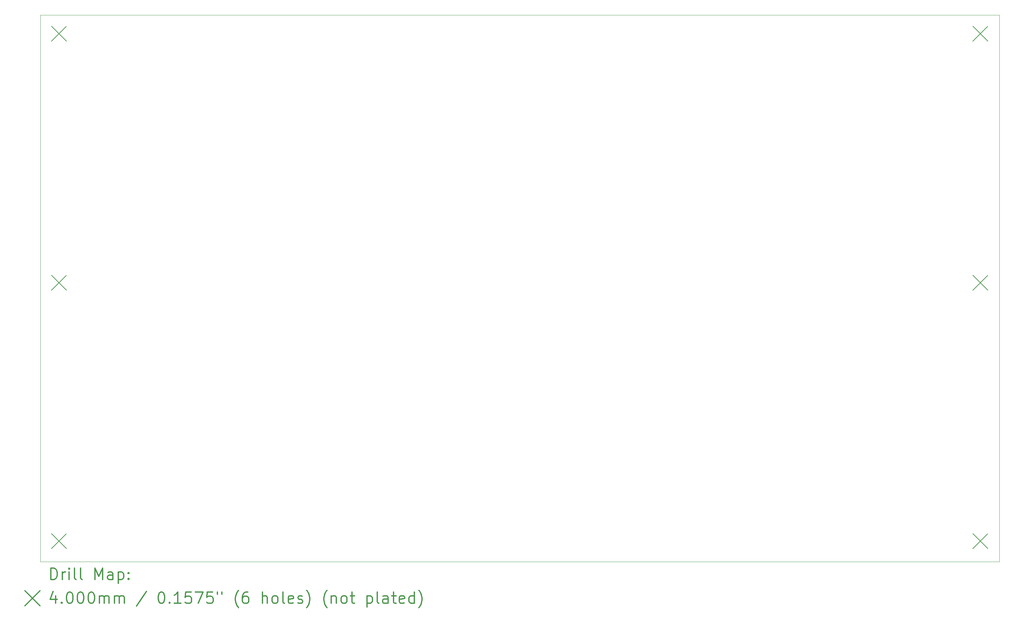
<source format=gbr>
%FSLAX45Y45*%
G04 Gerber Fmt 4.5, Leading zero omitted, Abs format (unit mm)*
G04 Created by KiCad (PCBNEW (5.1.12)-1) date 2023-01-17 10:45:40*
%MOMM*%
%LPD*%
G01*
G04 APERTURE LIST*
%TA.AperFunction,Profile*%
%ADD10C,0.100000*%
%TD*%
%ADD11C,0.200000*%
%ADD12C,0.300000*%
G04 APERTURE END LIST*
D10*
X27660000Y-1850000D02*
X27660000Y-16350000D01*
X2260000Y-1850000D02*
X27660000Y-1850000D01*
X2260000Y-16350000D02*
X2260000Y-1850000D01*
X27660000Y-16350000D02*
X2260000Y-16350000D01*
D11*
X2559000Y-2150000D02*
X2959000Y-2550000D01*
X2959000Y-2150000D02*
X2559000Y-2550000D01*
X2559000Y-8750000D02*
X2959000Y-9150000D01*
X2959000Y-8750000D02*
X2559000Y-9150000D01*
X2559000Y-15600000D02*
X2959000Y-16000000D01*
X2959000Y-15600000D02*
X2559000Y-16000000D01*
X26959000Y-2150000D02*
X27359000Y-2550000D01*
X27359000Y-2150000D02*
X26959000Y-2550000D01*
X26959000Y-8750000D02*
X27359000Y-9150000D01*
X27359000Y-8750000D02*
X26959000Y-9150000D01*
X26959000Y-15600000D02*
X27359000Y-16000000D01*
X27359000Y-15600000D02*
X26959000Y-16000000D01*
D12*
X2541428Y-16820714D02*
X2541428Y-16520714D01*
X2612857Y-16520714D01*
X2655714Y-16535000D01*
X2684286Y-16563571D01*
X2698571Y-16592143D01*
X2712857Y-16649286D01*
X2712857Y-16692143D01*
X2698571Y-16749286D01*
X2684286Y-16777857D01*
X2655714Y-16806429D01*
X2612857Y-16820714D01*
X2541428Y-16820714D01*
X2841428Y-16820714D02*
X2841428Y-16620714D01*
X2841428Y-16677857D02*
X2855714Y-16649286D01*
X2870000Y-16635000D01*
X2898571Y-16620714D01*
X2927143Y-16620714D01*
X3027143Y-16820714D02*
X3027143Y-16620714D01*
X3027143Y-16520714D02*
X3012857Y-16535000D01*
X3027143Y-16549286D01*
X3041428Y-16535000D01*
X3027143Y-16520714D01*
X3027143Y-16549286D01*
X3212857Y-16820714D02*
X3184286Y-16806429D01*
X3170000Y-16777857D01*
X3170000Y-16520714D01*
X3370000Y-16820714D02*
X3341428Y-16806429D01*
X3327143Y-16777857D01*
X3327143Y-16520714D01*
X3712857Y-16820714D02*
X3712857Y-16520714D01*
X3812857Y-16735000D01*
X3912857Y-16520714D01*
X3912857Y-16820714D01*
X4184286Y-16820714D02*
X4184286Y-16663571D01*
X4170000Y-16635000D01*
X4141428Y-16620714D01*
X4084286Y-16620714D01*
X4055714Y-16635000D01*
X4184286Y-16806429D02*
X4155714Y-16820714D01*
X4084286Y-16820714D01*
X4055714Y-16806429D01*
X4041428Y-16777857D01*
X4041428Y-16749286D01*
X4055714Y-16720714D01*
X4084286Y-16706429D01*
X4155714Y-16706429D01*
X4184286Y-16692143D01*
X4327143Y-16620714D02*
X4327143Y-16920714D01*
X4327143Y-16635000D02*
X4355714Y-16620714D01*
X4412857Y-16620714D01*
X4441428Y-16635000D01*
X4455714Y-16649286D01*
X4470000Y-16677857D01*
X4470000Y-16763571D01*
X4455714Y-16792143D01*
X4441428Y-16806429D01*
X4412857Y-16820714D01*
X4355714Y-16820714D01*
X4327143Y-16806429D01*
X4598571Y-16792143D02*
X4612857Y-16806429D01*
X4598571Y-16820714D01*
X4584286Y-16806429D01*
X4598571Y-16792143D01*
X4598571Y-16820714D01*
X4598571Y-16635000D02*
X4612857Y-16649286D01*
X4598571Y-16663571D01*
X4584286Y-16649286D01*
X4598571Y-16635000D01*
X4598571Y-16663571D01*
X1855000Y-17115000D02*
X2255000Y-17515000D01*
X2255000Y-17115000D02*
X1855000Y-17515000D01*
X2670000Y-17250714D02*
X2670000Y-17450714D01*
X2598571Y-17136429D02*
X2527143Y-17350714D01*
X2712857Y-17350714D01*
X2827143Y-17422143D02*
X2841428Y-17436429D01*
X2827143Y-17450714D01*
X2812857Y-17436429D01*
X2827143Y-17422143D01*
X2827143Y-17450714D01*
X3027143Y-17150714D02*
X3055714Y-17150714D01*
X3084286Y-17165000D01*
X3098571Y-17179286D01*
X3112857Y-17207857D01*
X3127143Y-17265000D01*
X3127143Y-17336429D01*
X3112857Y-17393572D01*
X3098571Y-17422143D01*
X3084286Y-17436429D01*
X3055714Y-17450714D01*
X3027143Y-17450714D01*
X2998571Y-17436429D01*
X2984286Y-17422143D01*
X2970000Y-17393572D01*
X2955714Y-17336429D01*
X2955714Y-17265000D01*
X2970000Y-17207857D01*
X2984286Y-17179286D01*
X2998571Y-17165000D01*
X3027143Y-17150714D01*
X3312857Y-17150714D02*
X3341428Y-17150714D01*
X3370000Y-17165000D01*
X3384286Y-17179286D01*
X3398571Y-17207857D01*
X3412857Y-17265000D01*
X3412857Y-17336429D01*
X3398571Y-17393572D01*
X3384286Y-17422143D01*
X3370000Y-17436429D01*
X3341428Y-17450714D01*
X3312857Y-17450714D01*
X3284286Y-17436429D01*
X3270000Y-17422143D01*
X3255714Y-17393572D01*
X3241428Y-17336429D01*
X3241428Y-17265000D01*
X3255714Y-17207857D01*
X3270000Y-17179286D01*
X3284286Y-17165000D01*
X3312857Y-17150714D01*
X3598571Y-17150714D02*
X3627143Y-17150714D01*
X3655714Y-17165000D01*
X3670000Y-17179286D01*
X3684286Y-17207857D01*
X3698571Y-17265000D01*
X3698571Y-17336429D01*
X3684286Y-17393572D01*
X3670000Y-17422143D01*
X3655714Y-17436429D01*
X3627143Y-17450714D01*
X3598571Y-17450714D01*
X3570000Y-17436429D01*
X3555714Y-17422143D01*
X3541428Y-17393572D01*
X3527143Y-17336429D01*
X3527143Y-17265000D01*
X3541428Y-17207857D01*
X3555714Y-17179286D01*
X3570000Y-17165000D01*
X3598571Y-17150714D01*
X3827143Y-17450714D02*
X3827143Y-17250714D01*
X3827143Y-17279286D02*
X3841428Y-17265000D01*
X3870000Y-17250714D01*
X3912857Y-17250714D01*
X3941428Y-17265000D01*
X3955714Y-17293572D01*
X3955714Y-17450714D01*
X3955714Y-17293572D02*
X3970000Y-17265000D01*
X3998571Y-17250714D01*
X4041428Y-17250714D01*
X4070000Y-17265000D01*
X4084286Y-17293572D01*
X4084286Y-17450714D01*
X4227143Y-17450714D02*
X4227143Y-17250714D01*
X4227143Y-17279286D02*
X4241428Y-17265000D01*
X4270000Y-17250714D01*
X4312857Y-17250714D01*
X4341428Y-17265000D01*
X4355714Y-17293572D01*
X4355714Y-17450714D01*
X4355714Y-17293572D02*
X4370000Y-17265000D01*
X4398571Y-17250714D01*
X4441428Y-17250714D01*
X4470000Y-17265000D01*
X4484286Y-17293572D01*
X4484286Y-17450714D01*
X5070000Y-17136429D02*
X4812857Y-17522143D01*
X5455714Y-17150714D02*
X5484286Y-17150714D01*
X5512857Y-17165000D01*
X5527143Y-17179286D01*
X5541428Y-17207857D01*
X5555714Y-17265000D01*
X5555714Y-17336429D01*
X5541428Y-17393572D01*
X5527143Y-17422143D01*
X5512857Y-17436429D01*
X5484286Y-17450714D01*
X5455714Y-17450714D01*
X5427143Y-17436429D01*
X5412857Y-17422143D01*
X5398571Y-17393572D01*
X5384286Y-17336429D01*
X5384286Y-17265000D01*
X5398571Y-17207857D01*
X5412857Y-17179286D01*
X5427143Y-17165000D01*
X5455714Y-17150714D01*
X5684286Y-17422143D02*
X5698571Y-17436429D01*
X5684286Y-17450714D01*
X5670000Y-17436429D01*
X5684286Y-17422143D01*
X5684286Y-17450714D01*
X5984286Y-17450714D02*
X5812857Y-17450714D01*
X5898571Y-17450714D02*
X5898571Y-17150714D01*
X5870000Y-17193572D01*
X5841428Y-17222143D01*
X5812857Y-17236429D01*
X6255714Y-17150714D02*
X6112857Y-17150714D01*
X6098571Y-17293572D01*
X6112857Y-17279286D01*
X6141428Y-17265000D01*
X6212857Y-17265000D01*
X6241428Y-17279286D01*
X6255714Y-17293572D01*
X6270000Y-17322143D01*
X6270000Y-17393572D01*
X6255714Y-17422143D01*
X6241428Y-17436429D01*
X6212857Y-17450714D01*
X6141428Y-17450714D01*
X6112857Y-17436429D01*
X6098571Y-17422143D01*
X6370000Y-17150714D02*
X6570000Y-17150714D01*
X6441428Y-17450714D01*
X6827143Y-17150714D02*
X6684286Y-17150714D01*
X6670000Y-17293572D01*
X6684286Y-17279286D01*
X6712857Y-17265000D01*
X6784286Y-17265000D01*
X6812857Y-17279286D01*
X6827143Y-17293572D01*
X6841428Y-17322143D01*
X6841428Y-17393572D01*
X6827143Y-17422143D01*
X6812857Y-17436429D01*
X6784286Y-17450714D01*
X6712857Y-17450714D01*
X6684286Y-17436429D01*
X6670000Y-17422143D01*
X6955714Y-17150714D02*
X6955714Y-17207857D01*
X7070000Y-17150714D02*
X7070000Y-17207857D01*
X7512857Y-17565000D02*
X7498571Y-17550714D01*
X7470000Y-17507857D01*
X7455714Y-17479286D01*
X7441428Y-17436429D01*
X7427143Y-17365000D01*
X7427143Y-17307857D01*
X7441428Y-17236429D01*
X7455714Y-17193572D01*
X7470000Y-17165000D01*
X7498571Y-17122143D01*
X7512857Y-17107857D01*
X7755714Y-17150714D02*
X7698571Y-17150714D01*
X7670000Y-17165000D01*
X7655714Y-17179286D01*
X7627143Y-17222143D01*
X7612857Y-17279286D01*
X7612857Y-17393572D01*
X7627143Y-17422143D01*
X7641428Y-17436429D01*
X7670000Y-17450714D01*
X7727143Y-17450714D01*
X7755714Y-17436429D01*
X7770000Y-17422143D01*
X7784286Y-17393572D01*
X7784286Y-17322143D01*
X7770000Y-17293572D01*
X7755714Y-17279286D01*
X7727143Y-17265000D01*
X7670000Y-17265000D01*
X7641428Y-17279286D01*
X7627143Y-17293572D01*
X7612857Y-17322143D01*
X8141428Y-17450714D02*
X8141428Y-17150714D01*
X8270000Y-17450714D02*
X8270000Y-17293572D01*
X8255714Y-17265000D01*
X8227143Y-17250714D01*
X8184286Y-17250714D01*
X8155714Y-17265000D01*
X8141428Y-17279286D01*
X8455714Y-17450714D02*
X8427143Y-17436429D01*
X8412857Y-17422143D01*
X8398571Y-17393572D01*
X8398571Y-17307857D01*
X8412857Y-17279286D01*
X8427143Y-17265000D01*
X8455714Y-17250714D01*
X8498571Y-17250714D01*
X8527143Y-17265000D01*
X8541428Y-17279286D01*
X8555714Y-17307857D01*
X8555714Y-17393572D01*
X8541428Y-17422143D01*
X8527143Y-17436429D01*
X8498571Y-17450714D01*
X8455714Y-17450714D01*
X8727143Y-17450714D02*
X8698571Y-17436429D01*
X8684286Y-17407857D01*
X8684286Y-17150714D01*
X8955714Y-17436429D02*
X8927143Y-17450714D01*
X8870000Y-17450714D01*
X8841428Y-17436429D01*
X8827143Y-17407857D01*
X8827143Y-17293572D01*
X8841428Y-17265000D01*
X8870000Y-17250714D01*
X8927143Y-17250714D01*
X8955714Y-17265000D01*
X8970000Y-17293572D01*
X8970000Y-17322143D01*
X8827143Y-17350714D01*
X9084286Y-17436429D02*
X9112857Y-17450714D01*
X9170000Y-17450714D01*
X9198571Y-17436429D01*
X9212857Y-17407857D01*
X9212857Y-17393572D01*
X9198571Y-17365000D01*
X9170000Y-17350714D01*
X9127143Y-17350714D01*
X9098571Y-17336429D01*
X9084286Y-17307857D01*
X9084286Y-17293572D01*
X9098571Y-17265000D01*
X9127143Y-17250714D01*
X9170000Y-17250714D01*
X9198571Y-17265000D01*
X9312857Y-17565000D02*
X9327143Y-17550714D01*
X9355714Y-17507857D01*
X9370000Y-17479286D01*
X9384286Y-17436429D01*
X9398571Y-17365000D01*
X9398571Y-17307857D01*
X9384286Y-17236429D01*
X9370000Y-17193572D01*
X9355714Y-17165000D01*
X9327143Y-17122143D01*
X9312857Y-17107857D01*
X9855714Y-17565000D02*
X9841428Y-17550714D01*
X9812857Y-17507857D01*
X9798571Y-17479286D01*
X9784286Y-17436429D01*
X9770000Y-17365000D01*
X9770000Y-17307857D01*
X9784286Y-17236429D01*
X9798571Y-17193572D01*
X9812857Y-17165000D01*
X9841428Y-17122143D01*
X9855714Y-17107857D01*
X9970000Y-17250714D02*
X9970000Y-17450714D01*
X9970000Y-17279286D02*
X9984286Y-17265000D01*
X10012857Y-17250714D01*
X10055714Y-17250714D01*
X10084286Y-17265000D01*
X10098571Y-17293572D01*
X10098571Y-17450714D01*
X10284286Y-17450714D02*
X10255714Y-17436429D01*
X10241428Y-17422143D01*
X10227143Y-17393572D01*
X10227143Y-17307857D01*
X10241428Y-17279286D01*
X10255714Y-17265000D01*
X10284286Y-17250714D01*
X10327143Y-17250714D01*
X10355714Y-17265000D01*
X10370000Y-17279286D01*
X10384286Y-17307857D01*
X10384286Y-17393572D01*
X10370000Y-17422143D01*
X10355714Y-17436429D01*
X10327143Y-17450714D01*
X10284286Y-17450714D01*
X10470000Y-17250714D02*
X10584286Y-17250714D01*
X10512857Y-17150714D02*
X10512857Y-17407857D01*
X10527143Y-17436429D01*
X10555714Y-17450714D01*
X10584286Y-17450714D01*
X10912857Y-17250714D02*
X10912857Y-17550714D01*
X10912857Y-17265000D02*
X10941428Y-17250714D01*
X10998571Y-17250714D01*
X11027143Y-17265000D01*
X11041428Y-17279286D01*
X11055714Y-17307857D01*
X11055714Y-17393572D01*
X11041428Y-17422143D01*
X11027143Y-17436429D01*
X10998571Y-17450714D01*
X10941428Y-17450714D01*
X10912857Y-17436429D01*
X11227143Y-17450714D02*
X11198571Y-17436429D01*
X11184286Y-17407857D01*
X11184286Y-17150714D01*
X11470000Y-17450714D02*
X11470000Y-17293572D01*
X11455714Y-17265000D01*
X11427143Y-17250714D01*
X11370000Y-17250714D01*
X11341428Y-17265000D01*
X11470000Y-17436429D02*
X11441428Y-17450714D01*
X11370000Y-17450714D01*
X11341428Y-17436429D01*
X11327143Y-17407857D01*
X11327143Y-17379286D01*
X11341428Y-17350714D01*
X11370000Y-17336429D01*
X11441428Y-17336429D01*
X11470000Y-17322143D01*
X11570000Y-17250714D02*
X11684286Y-17250714D01*
X11612857Y-17150714D02*
X11612857Y-17407857D01*
X11627143Y-17436429D01*
X11655714Y-17450714D01*
X11684286Y-17450714D01*
X11898571Y-17436429D02*
X11870000Y-17450714D01*
X11812857Y-17450714D01*
X11784286Y-17436429D01*
X11770000Y-17407857D01*
X11770000Y-17293572D01*
X11784286Y-17265000D01*
X11812857Y-17250714D01*
X11870000Y-17250714D01*
X11898571Y-17265000D01*
X11912857Y-17293572D01*
X11912857Y-17322143D01*
X11770000Y-17350714D01*
X12170000Y-17450714D02*
X12170000Y-17150714D01*
X12170000Y-17436429D02*
X12141428Y-17450714D01*
X12084286Y-17450714D01*
X12055714Y-17436429D01*
X12041428Y-17422143D01*
X12027143Y-17393572D01*
X12027143Y-17307857D01*
X12041428Y-17279286D01*
X12055714Y-17265000D01*
X12084286Y-17250714D01*
X12141428Y-17250714D01*
X12170000Y-17265000D01*
X12284286Y-17565000D02*
X12298571Y-17550714D01*
X12327143Y-17507857D01*
X12341428Y-17479286D01*
X12355714Y-17436429D01*
X12370000Y-17365000D01*
X12370000Y-17307857D01*
X12355714Y-17236429D01*
X12341428Y-17193572D01*
X12327143Y-17165000D01*
X12298571Y-17122143D01*
X12284286Y-17107857D01*
M02*

</source>
